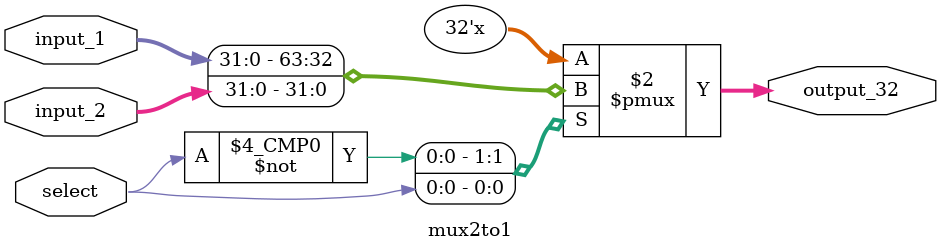
<source format=sv>
module mux3to1(
  input[1:0] select,
  input[31:0] input_1,
  input[31:0] input_2,
  input[31:0] input_3,

  output[31:0] output_32 
);

  reg[31:0] output_32;

  always @(*)
  begin
    case(select)
      2'b00:
        output_32 = input_1;
      2'b01:
        output_32 = input_2;
      2'b10:
        output_32 = input_3;
      2'b11:
        output_32 = 32'bx;
    endcase
  end
endmodule

// MUX 2 to 1
module mux2to1(
  input select,
  input[31:0] input_1,
  input[31:0] input_2,

  output[31:0] output_32 
);

  reg[31:0] output_32;

  always @(*)
  begin
    case(select)
      1'b0:
        output_32 = input_1;
      1'b1:
        output_32 = input_2;
    endcase
  end
endmodule
</source>
